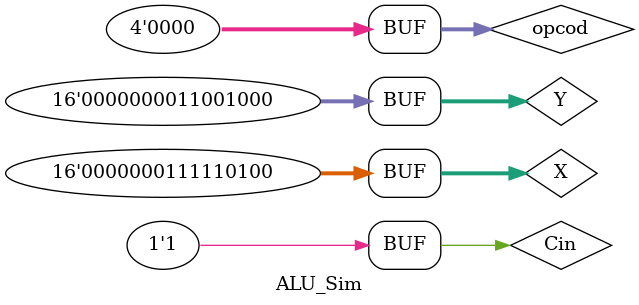
<source format=v>
`timescale 1ns / 1ps

module ALU_Sim();
reg [15:0]X;
reg [15:0]Y;
reg Cin;

reg [3:0]opcod;

wire V;
wire [15:0]out;
wire Cout;
wire lt;
wire eq;
wire gt;

//module ALU(X,Y,out,Cin,Cout,lt,eq,gt,V,opcod);
ALU alu1(X,Y,out,Cin,Cout,lt,eq,gt,V,opcod);


initial 

begin

//opcod:000 unsigned addition
X=1; Y=2; Cin=0; opcod=3'b000;

#5 X=200; Y=300; Cin=0; opcod=3'b000;

#5 X=200; Y=300; Cin=1; opcod=3'b000;

#5 X=300; Y=-5; Cin=0; opcod=3'b000;

//opcod:001 Signed Addition/Sub

#5 X=300; Y=200; Cin=0; opcod=3'b001;

#5 X=300; Y=200; Cin=1; opcod=3'b001;


//opcod:010 Bitwise AND
#5  X = 16'b1000_1000_1000_1000; Y = 16'b1111_1111_1111_1111; Cin = 0; opcod = 3'b010;

#5 X= 16'b0101_1010_1110_1110; Y=16'b1111_0000_1111_1100; Cin=0; opcod=3'b010; 

//opcod:011 Bitwise OR
#5  X = 16'b1000_1000_1000_1000; Y = 16'b1111_1111_1111_1111; Cin = 0; opcod = 3'b011;

#5 X= 16'b0101_1010_1110_1110; Y=16'b1111_0000_1111_1100; Cin=0; opcod=3'b011; 


#5 X=3; Y=3; Cin=1; opcod=3'b001;

#5 X=40; Y=22; Cin=0; opcod=3'b001;

#5 X=500; Y=200; Cin=1; opcod=3'b000;



end 


endmodule


</source>
